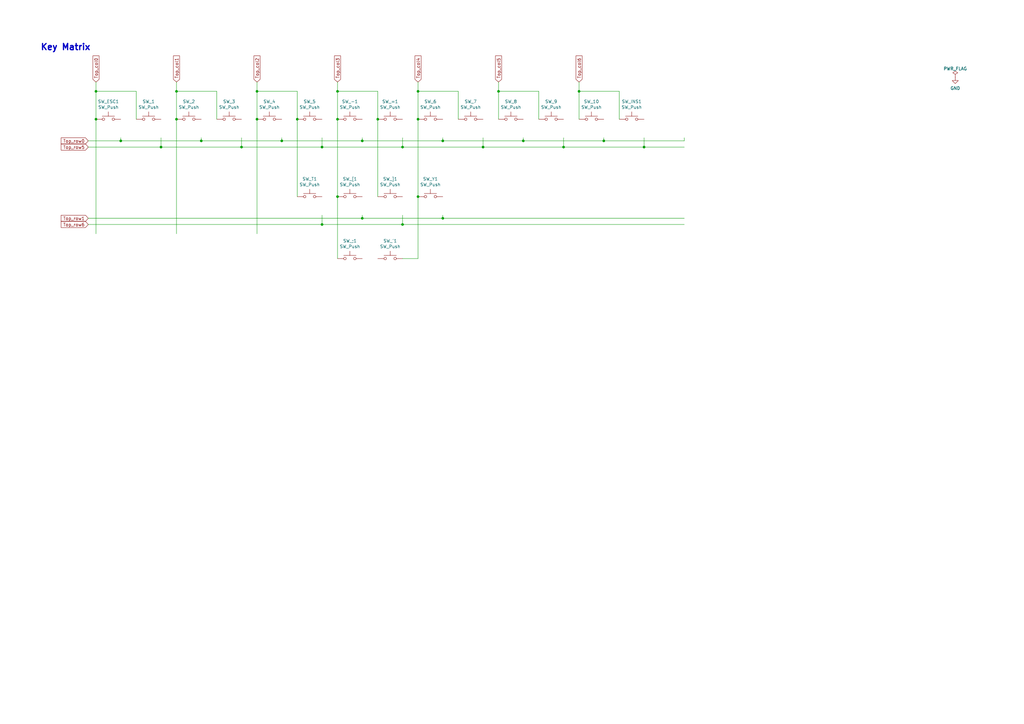
<source format=kicad_sch>
(kicad_sch (version 20231120) (generator "eeschema") (generator_version "8.0")
  (paper "A3")
  (title_block (title "Sandy") (date "2023-01-04") (rev "v.0") (company "@jpskenn"))
  (lib_symbols
    (symbol "Switch:SW_Push" (pin_numbers hide) (pin_names (offset 1.016) hide)
      (property "Reference" "SW" (at 1.27 2.54 0))
      (property "Value" "SW_Push" (at 0 -1.524 0))
      (symbol "SW_Push_0_1"
        (circle (center -2.032 0) (radius 0.508))
        (polyline (pts (xy 0 1.27) (xy 0 3.048)))
        (polyline (pts (xy 2.54 1.27) (xy -2.54 1.27)))
        (circle (center 2.032 0) (radius 0.508))
        (pin passive line (at -5.08 0 0) (length 2.54) (name "1") (number "1"))
        (pin passive line (at 5.08 0 180) (length 2.54) (name "2") (number "2"))
      )
    )
    (symbol "power:GND" (power) (pin_names (offset 0))
      (property "Value" "GND" (at 0 -3.81 0))
      (symbol "GND_0_1"
        (polyline (pts (xy 0 0) (xy 0 -1.27) (xy 1.27 -1.27) (xy 0 -2.54) (xy -1.27 -1.27) (xy 0 -1.27)))
      )
      (symbol "GND_1_1"
        (pin power_in line (at 0 0 270) (length 0) hide (name "GND") (number "1"))
      )
    )
    (symbol "power:PWR_FLAG" (power) (pin_numbers hide) (pin_names (offset 0) hide)
      (property "Value" "PWR_FLAG" (at 0 3.81 0))
      (symbol "PWR_FLAG_0_0"
        (pin power_out line (at 0 0 90) (length 0) (name "pwr") (number "1"))
      )
      (symbol "PWR_FLAG_0_1"
        (polyline (pts (xy 0 0) (xy 0 1.27) (xy -1.016 1.905) (xy 0 2.54) (xy 1.016 1.905) (xy 0 1.27)))
      )
    )
  )
  (bus_alias "def-a" (members "row0" "row5" "col0" "col1"))
  (junction (at 148.59 89.535))
  (junction (at 82.55 57.785))
  (junction (at 165.1 92.075))
  (junction (at 171.45 48.895))
  (junction (at 231.14 60.325))
  (junction (at 99.06 60.325))
  (junction (at 105.41 48.895))
  (junction (at 49.53 57.785))
  (junction (at 39.37 37.465))
  (junction (at 214.63 57.785))
  (junction (at 138.43 37.465))
  (junction (at 148.59 57.785))
  (junction (at 165.1 60.325))
  (junction (at 132.08 92.075))
  (junction (at 204.47 37.465))
  (junction (at 181.61 57.785))
  (junction (at 66.04 60.325))
  (junction (at 72.39 48.895))
  (junction (at 105.41 37.465))
  (junction (at 181.61 89.535))
  (junction (at 138.43 48.895))
  (junction (at 154.94 48.895))
  (junction (at 132.08 60.325))
  (junction (at 39.37 48.895))
  (junction (at 247.65 57.785))
  (junction (at 264.16 60.325))
  (junction (at 198.12 60.325))
  (junction (at 237.49 37.465))
  (junction (at 72.39 37.465))
  (junction (at 171.45 37.465))
  (junction (at 115.57 57.785))
  (junction (at 138.43 80.645))
  (junction (at 121.92 48.895))
  (junction (at 171.45 80.645))
  (wire (pts (xy 132.08 92.075) (xy 165.1 92.075)))
  (wire (pts (xy 231.14 56.515) (xy 231.14 60.325)))
  (wire (pts (xy 237.49 37.465) (xy 237.49 48.895)))
  (wire (pts (xy 82.55 57.785) (xy 115.57 57.785)))
  (wire (pts (xy 247.65 56.515) (xy 247.65 57.785)))
  (wire (pts (xy 198.12 56.515) (xy 198.12 60.325)))
  (wire (pts (xy 132.08 60.325) (xy 165.1 60.325)))
  (wire (pts (xy 99.06 56.515) (xy 99.06 60.325)))
  (wire (pts (xy 99.06 60.325) (xy 132.08 60.325)))
  (wire (pts (xy 148.59 89.535) (xy 181.61 89.535)))
  (wire (pts (xy 171.45 33.655) (xy 171.45 37.465)))
  (wire (pts (xy 254 37.465) (xy 237.49 37.465)))
  (wire (pts (xy 148.59 88.265) (xy 148.59 89.535)))
  (wire (pts (xy 171.45 48.895) (xy 171.45 80.645)))
  (wire (pts (xy 55.88 37.465) (xy 55.88 48.895)))
  (wire (pts (xy 220.98 37.465) (xy 220.98 48.895)))
  (wire (pts (xy 204.47 37.465) (xy 204.47 48.895)))
  (wire (pts (xy 72.39 33.655) (xy 72.39 37.465)))
  (wire (pts (xy 121.92 37.465) (xy 121.92 48.895)))
  (wire (pts (xy 187.96 37.465) (xy 187.96 48.895)))
  (wire (pts (xy 36.195 89.535) (xy 148.59 89.535)))
  (wire (pts (xy 138.43 48.895) (xy 138.43 80.645)))
  (wire (pts (xy 36.195 60.325) (xy 66.04 60.325)))
  (wire (pts (xy 154.94 37.465) (xy 154.94 48.895)))
  (wire (pts (xy 165.1 106.045) (xy 171.45 106.045)))
  (wire (pts (xy 181.61 88.265) (xy 181.61 89.535)))
  (wire (pts (xy 165.1 92.075) (xy 280.67 92.075)))
  (wire (pts (xy 237.49 33.655) (xy 237.49 37.465)))
  (wire (pts (xy 36.195 92.075) (xy 132.08 92.075)))
  (wire (pts (xy 39.37 37.465) (xy 55.88 37.465)))
  (wire (pts (xy 138.43 33.655) (xy 138.43 37.465)))
  (wire (pts (xy 115.57 56.515) (xy 115.57 57.785)))
  (wire (pts (xy 138.43 37.465) (xy 138.43 48.895)))
  (wire (pts (xy 181.61 89.535) (xy 280.67 89.535)))
  (wire (pts (xy 49.53 57.785) (xy 82.55 57.785)))
  (wire (pts (xy 121.92 48.895) (xy 121.92 80.645)))
  (wire (pts (xy 72.39 48.895) (xy 72.39 95.885)))
  (wire (pts (xy 66.04 60.325) (xy 99.06 60.325)))
  (wire (pts (xy 187.96 37.465) (xy 171.45 37.465)))
  (wire (pts (xy 72.39 37.465) (xy 72.39 48.895)))
  (wire (pts (xy 254 37.465) (xy 254 48.895)))
  (wire (pts (xy 181.61 57.785) (xy 181.61 56.515)))
  (wire (pts (xy 39.37 48.895) (xy 39.37 95.885)))
  (wire (pts (xy 181.61 57.785) (xy 214.63 57.785)))
  (wire (pts (xy 66.04 56.515) (xy 66.04 60.325)))
  (wire (pts (xy 165.1 88.265) (xy 165.1 92.075)))
  (wire (pts (xy 214.63 57.785) (xy 247.65 57.785)))
  (wire (pts (xy 171.45 80.645) (xy 171.45 106.045)))
  (wire (pts (xy 204.47 33.655) (xy 204.47 37.465)))
  (wire (pts (xy 247.65 57.785) (xy 280.67 57.785)))
  (wire (pts (xy 280.67 56.515) (xy 280.67 57.785)))
  (wire (pts (xy 214.63 56.515) (xy 214.63 57.785)))
  (wire (pts (xy 154.94 48.895) (xy 154.94 80.645)))
  (wire (pts (xy 171.45 37.465) (xy 171.45 48.895)))
  (wire (pts (xy 154.94 37.465) (xy 138.43 37.465)))
  (wire (pts (xy 132.08 56.515) (xy 132.08 60.325)))
  (wire (pts (xy 138.43 80.645) (xy 138.43 106.045)))
  (wire (pts (xy 280.67 60.325) (xy 264.16 60.325)))
  (wire (pts (xy 39.37 33.655) (xy 39.37 37.465)))
  (wire (pts (xy 115.57 57.785) (xy 148.59 57.785)))
  (wire (pts (xy 165.1 56.515) (xy 165.1 60.325)))
  (wire (pts (xy 220.98 37.465) (xy 204.47 37.465)))
  (wire (pts (xy 88.9 37.465) (xy 88.9 48.895)))
  (wire (pts (xy 105.41 37.465) (xy 105.41 48.895)))
  (wire (pts (xy 105.41 33.655) (xy 105.41 37.465)))
  (wire (pts (xy 198.12 60.325) (xy 231.14 60.325)))
  (wire (pts (xy 148.59 57.785) (xy 181.61 57.785)))
  (wire (pts (xy 231.14 60.325) (xy 264.16 60.325)))
  (wire (pts (xy 36.195 57.785) (xy 49.53 57.785)))
  (wire (pts (xy 165.1 60.325) (xy 198.12 60.325)))
  (wire (pts (xy 132.08 88.265) (xy 132.08 92.075)))
  (wire (pts (xy 148.59 56.515) (xy 148.59 57.785)))
  (wire (pts (xy 39.37 37.465) (xy 39.37 48.895)))
  (wire (pts (xy 82.55 56.515) (xy 82.55 57.785)))
  (wire (pts (xy 105.41 48.895) (xy 105.41 95.885)))
  (wire (pts (xy 121.92 37.465) (xy 105.41 37.465)))
  (wire (pts (xy 264.16 56.515) (xy 264.16 60.325)))
  (wire (pts (xy 49.53 56.515) (xy 49.53 57.785)))
  (wire (pts (xy 88.9 37.465) (xy 72.39 37.465)))
  (text "Key Matrix" (at 16.51 20.955 0) (effects (font (size 2.54 2.54) (thickness 0.508) (bold yes)) (justify left bottom)))
  (global_label "Top_row5" (shape input) (at 36.195 60.325 180) (property "Intersheetrefs" "${INTERSHEET_REFS}" (effects (hide yes))) (property "シート間のリファレンス" "${INTERSHEET_REFS}" (effects (hide yes))))
  (global_label "Top_col4" (shape input) (at 171.45 33.655 90) (property "Intersheetrefs" "${INTERSHEET_REFS}" (effects (hide yes))) (property "シート間のリファレンス" "${INTERSHEET_REFS}" (effects (hide yes))))
  (global_label "Top_col1" (shape input) (at 72.39 33.655 90) (property "Intersheetrefs" "${INTERSHEET_REFS}" (effects (hide yes))) (property "シート間のリファレンス" "${INTERSHEET_REFS}" (effects (hide yes))))
  (global_label "Top_col0" (shape input) (at 39.37 33.655 90) (property "Intersheetrefs" "${INTERSHEET_REFS}" (effects (hide yes))) (property "シート間のリファレンス" "${INTERSHEET_REFS}" (effects (hide yes))))
  (global_label "Top_row0" (shape input) (at 36.195 57.785 180) (property "Intersheetrefs" "${INTERSHEET_REFS}" (effects (hide yes))) (property "シート間のリファレンス" "${INTERSHEET_REFS}" (effects (hide yes))))
  (global_label "Top_col2" (shape input) (at 105.41 33.655 90) (property "Intersheetrefs" "${INTERSHEET_REFS}" (effects (hide yes))) (property "シート間のリファレンス" "${INTERSHEET_REFS}" (effects (hide yes))))
  (global_label "Top_col6" (shape input) (at 237.49 33.655 90) (property "Intersheetrefs" "${INTERSHEET_REFS}" (effects (hide yes))) (property "シート間のリファレンス" "${INTERSHEET_REFS}" (effects (hide yes))))
  (global_label "Top_row6" (shape input) (at 36.195 92.075 180) (property "Intersheetrefs" "${INTERSHEET_REFS}" (effects (hide yes))) (property "シート間のリファレンス" "${INTERSHEET_REFS}" (effects (hide yes))))
  (global_label "Top_col5" (shape input) (at 204.47 33.655 90) (property "Intersheetrefs" "${INTERSHEET_REFS}" (effects (hide yes))) (property "シート間のリファレンス" "${INTERSHEET_REFS}" (effects (hide yes))))
  (global_label "Top_row1" (shape input) (at 36.195 89.535 180) (property "Intersheetrefs" "${INTERSHEET_REFS}" (effects (hide yes))) (property "シート間のリファレンス" "${INTERSHEET_REFS}" (effects (hide yes))))
  (global_label "Top_col3" (shape input) (at 138.43 33.655 90) (property "Intersheetrefs" "${INTERSHEET_REFS}" (effects (hide yes))) (property "シート間のリファレンス" "${INTERSHEET_REFS}" (effects (hide yes))))
  (symbol (lib_id "Switch:SW_Push") (at 44.45 48.895 0) (unit 1)
    (property "Reference" "SW_ESC1" (at 44.45 41.656 0))
    (property "Value" "SW_Push" (at 44.45 43.9674 0))
    (property "Footprint" "Jones.local:MXOnly-1U-Hotswap-guide-dummy" (effects (hide yes)))
  )
  (symbol (lib_id "Switch:SW_Push") (at 193.04 48.895 0) (unit 1)
    (property "Reference" "SW_7" (at 193.04 41.656 0))
    (property "Value" "SW_Push" (at 193.04 43.9674 0))
    (property "Footprint" "Jones.local:MXOnly-1U-Hotswap-guide-dummy" (effects (hide yes)))
  )
  (symbol (lib_id "Switch:SW_Push") (at 77.47 48.895 0) (unit 1)
    (property "Reference" "SW_2" (at 77.47 41.656 0))
    (property "Value" "SW_Push" (at 77.47 43.9674 0))
    (property "Footprint" "Jones.local:MXOnly-1U-Hotswap-guide-dummy" (effects (hide yes)))
  )
  (symbol (lib_id "power:GND") (at 391.795 31.75 0) (unit 1)
    (property "Reference" "#PWR01" (effects (hide yes)))
    (property "Value" "GND" (at 391.795 36.1934 0))
  )
  (symbol (lib_id "Switch:SW_Push") (at 143.51 106.045 0) (unit 1)
    (property "Reference" "SW_;1" (at 143.51 98.806 0))
    (property "Value" "SW_Push" (at 143.51 101.1174 0))
    (property "Footprint" "Jones.local:MXOnly-1U-Hotswap-guide-dummy" (effects (hide yes)))
  )
  (symbol (lib_id "Switch:SW_Push") (at 143.51 48.895 0) (unit 1)
    (property "Reference" "SW_-1" (at 143.51 41.656 0))
    (property "Value" "SW_Push" (at 143.51 43.9674 0))
    (property "Footprint" "Jones.local:MXOnly-1U-Hotswap-guide-dummy" (effects (hide yes)))
  )
  (symbol (lib_id "Switch:SW_Push") (at 127 80.645 0) (unit 1)
    (property "Reference" "SW_T1" (at 127 73.406 0))
    (property "Value" "SW_Push" (at 127 75.7174 0))
    (property "Footprint" "Jones.local:MXOnly-1U-Hotswap-guide-dummy" (effects (hide yes)))
  )
  (symbol (lib_id "power:PWR_FLAG") (at 391.795 31.75 0) (unit 1)
    (property "Reference" "#FLG01" (effects (hide yes)))
    (property "Value" "PWR_FLAG" (at 391.795 28.1742 0))
  )
  (symbol (lib_id "Switch:SW_Push") (at 160.02 48.895 0) (unit 1)
    (property "Reference" "SW_=1" (at 160.02 41.656 0))
    (property "Value" "SW_Push" (at 160.02 43.9674 0))
    (property "Footprint" "Jones.local:MXOnly-1U-Hotswap-guide-dummy" (effects (hide yes)))
  )
  (symbol (lib_id "Switch:SW_Push") (at 259.08 48.895 0) (unit 1)
    (property "Reference" "SW_INS1" (at 259.08 41.656 0))
    (property "Value" "SW_Push" (at 259.08 43.9674 0))
    (property "Footprint" "Jones.local:MXOnly-1U-Hotswap-guide-dummy" (effects (hide yes)))
  )
  (symbol (lib_id "Switch:SW_Push") (at 209.55 48.895 0) (unit 1)
    (property "Reference" "SW_8" (at 209.55 41.656 0))
    (property "Value" "SW_Push" (at 209.55 43.9674 0))
    (property "Footprint" "Jones.local:MXOnly-1U-Hotswap-guide-dummy" (effects (hide yes)))
  )
  (symbol (lib_id "Switch:SW_Push") (at 60.96 48.895 0) (unit 1)
    (property "Reference" "SW_1" (at 60.96 41.656 0))
    (property "Value" "SW_Push" (at 60.96 43.9674 0))
    (property "Footprint" "Jones.local:MXOnly-1U-Hotswap-guide-dummy" (effects (hide yes)))
  )
  (symbol (lib_id "Switch:SW_Push") (at 127 48.895 0) (unit 1)
    (property "Reference" "SW_5" (at 127 41.656 0))
    (property "Value" "SW_Push" (at 127 43.9674 0))
    (property "Footprint" "Jones.local:MXOnly-1U-Hotswap-guide-dummy" (effects (hide yes)))
  )
  (symbol (lib_id "Switch:SW_Push") (at 226.06 48.895 0) (unit 1)
    (property "Reference" "SW_9" (at 226.06 41.656 0))
    (property "Value" "SW_Push" (at 226.06 43.9674 0))
    (property "Footprint" "Jones.local:MXOnly-1U-Hotswap-guide-dummy" (effects (hide yes)))
  )
  (symbol (lib_id "Switch:SW_Push") (at 176.53 80.645 0) (unit 1)
    (property "Reference" "SW_Y1" (at 176.53 73.406 0))
    (property "Value" "SW_Push" (at 176.53 75.7174 0))
    (property "Footprint" "Jones.local:MXOnly-1U-Hotswap-guide-dummy" (effects (hide yes)))
  )
  (symbol (lib_id "Switch:SW_Push") (at 143.51 80.645 0) (unit 1)
    (property "Reference" "SW_[1" (at 143.51 73.406 0))
    (property "Value" "SW_Push" (at 143.51 75.7174 0))
    (property "Footprint" "Jones.local:MXOnly-1U-Hotswap-guide-dummy" (effects (hide yes)))
  )
  (symbol (lib_id "Switch:SW_Push") (at 242.57 48.895 0) (unit 1)
    (property "Reference" "SW_10" (at 242.57 41.656 0))
    (property "Value" "SW_Push" (at 242.57 43.9674 0))
    (property "Footprint" "Jones.local:MXOnly-1U-Hotswap-guide-dummy" (effects (hide yes)))
  )
  (symbol (lib_id "Switch:SW_Push") (at 160.02 106.045 0) (mirror y) (unit 1)
    (property "Reference" "SW_'1" (at 160.02 98.806 0))
    (property "Value" "SW_Push" (at 160.02 101.1174 0))
    (property "Footprint" "Jones.local:MXOnly-1U-Hotswap-guide-dummy" (effects (hide yes)))
  )
  (symbol (lib_id "Switch:SW_Push") (at 93.98 48.895 0) (unit 1)
    (property "Reference" "SW_3" (at 93.98 41.656 0))
    (property "Value" "SW_Push" (at 93.98 43.9674 0))
    (property "Footprint" "Jones.local:MXOnly-1U-Hotswap-guide-dummy" (effects (hide yes)))
  )
  (symbol (lib_id "Switch:SW_Push") (at 160.02 80.645 0) (unit 1)
    (property "Reference" "SW_]1" (at 160.02 73.406 0))
    (property "Value" "SW_Push" (at 160.02 75.7174 0))
    (property "Footprint" "Jones.local:MXOnly-1U-Hotswap-guide-dummy" (effects (hide yes)))
  )
  (symbol (lib_id "Switch:SW_Push") (at 110.49 48.895 0) (unit 1)
    (property "Reference" "SW_4" (at 110.49 41.656 0))
    (property "Value" "SW_Push" (at 110.49 43.9674 0))
    (property "Footprint" "Jones.local:MXOnly-1U-Hotswap-guide-dummy" (effects (hide yes)))
  )
  (symbol (lib_id "Switch:SW_Push") (at 176.53 48.895 0) (unit 1)
    (property "Reference" "SW_6" (at 176.53 41.656 0))
    (property "Value" "SW_Push" (at 176.53 43.9674 0))
    (property "Footprint" "Jones.local:MXOnly-1U-Hotswap-guide-dummy" (effects (hide yes)))
  )
)
</source>
